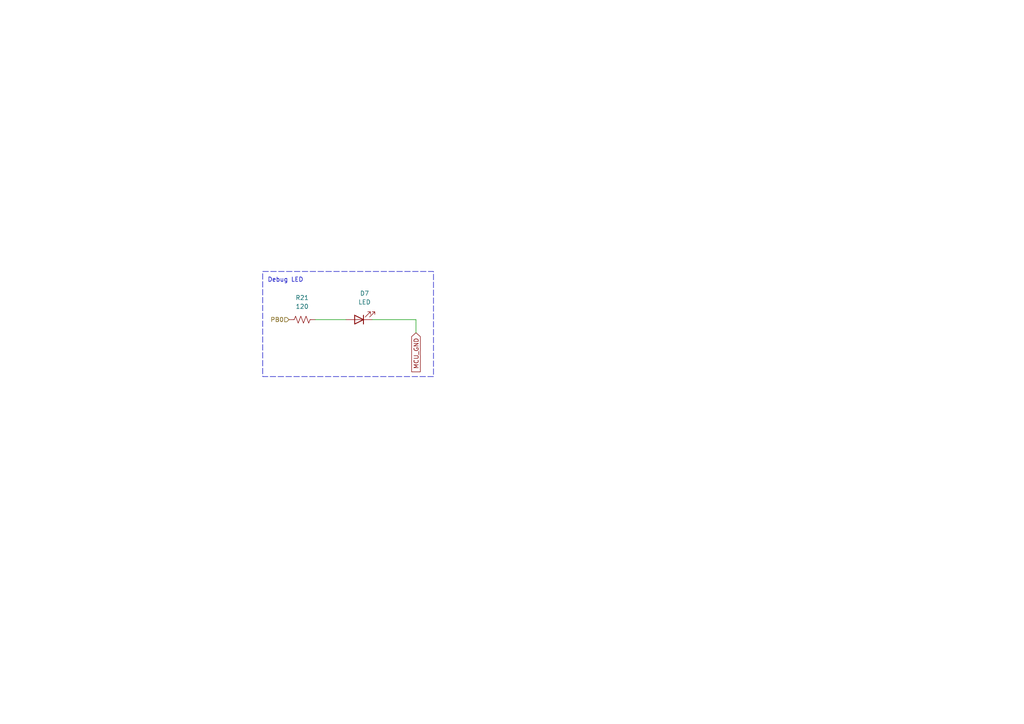
<source format=kicad_sch>
(kicad_sch
	(version 20250114)
	(generator "eeschema")
	(generator_version "9.0")
	(uuid "e1d0f2ce-4ebc-4364-8708-63b72a5ca368")
	(paper "A4")
	(lib_symbols
		(symbol "Device:LED"
			(pin_numbers
				(hide yes)
			)
			(pin_names
				(offset 1.016)
				(hide yes)
			)
			(exclude_from_sim no)
			(in_bom yes)
			(on_board yes)
			(property "Reference" "D"
				(at 0 2.54 0)
				(effects
					(font
						(size 1.27 1.27)
					)
				)
			)
			(property "Value" "LED"
				(at 0 -2.54 0)
				(effects
					(font
						(size 1.27 1.27)
					)
				)
			)
			(property "Footprint" ""
				(at 0 0 0)
				(effects
					(font
						(size 1.27 1.27)
					)
					(hide yes)
				)
			)
			(property "Datasheet" "~"
				(at 0 0 0)
				(effects
					(font
						(size 1.27 1.27)
					)
					(hide yes)
				)
			)
			(property "Description" "Light emitting diode"
				(at 0 0 0)
				(effects
					(font
						(size 1.27 1.27)
					)
					(hide yes)
				)
			)
			(property "Sim.Pins" "1=K 2=A"
				(at 0 0 0)
				(effects
					(font
						(size 1.27 1.27)
					)
					(hide yes)
				)
			)
			(property "ki_keywords" "LED diode"
				(at 0 0 0)
				(effects
					(font
						(size 1.27 1.27)
					)
					(hide yes)
				)
			)
			(property "ki_fp_filters" "LED* LED_SMD:* LED_THT:*"
				(at 0 0 0)
				(effects
					(font
						(size 1.27 1.27)
					)
					(hide yes)
				)
			)
			(symbol "LED_0_1"
				(polyline
					(pts
						(xy -3.048 -0.762) (xy -4.572 -2.286) (xy -3.81 -2.286) (xy -4.572 -2.286) (xy -4.572 -1.524)
					)
					(stroke
						(width 0)
						(type default)
					)
					(fill
						(type none)
					)
				)
				(polyline
					(pts
						(xy -1.778 -0.762) (xy -3.302 -2.286) (xy -2.54 -2.286) (xy -3.302 -2.286) (xy -3.302 -1.524)
					)
					(stroke
						(width 0)
						(type default)
					)
					(fill
						(type none)
					)
				)
				(polyline
					(pts
						(xy -1.27 0) (xy 1.27 0)
					)
					(stroke
						(width 0)
						(type default)
					)
					(fill
						(type none)
					)
				)
				(polyline
					(pts
						(xy -1.27 -1.27) (xy -1.27 1.27)
					)
					(stroke
						(width 0.254)
						(type default)
					)
					(fill
						(type none)
					)
				)
				(polyline
					(pts
						(xy 1.27 -1.27) (xy 1.27 1.27) (xy -1.27 0) (xy 1.27 -1.27)
					)
					(stroke
						(width 0.254)
						(type default)
					)
					(fill
						(type none)
					)
				)
			)
			(symbol "LED_1_1"
				(pin passive line
					(at -3.81 0 0)
					(length 2.54)
					(name "K"
						(effects
							(font
								(size 1.27 1.27)
							)
						)
					)
					(number "1"
						(effects
							(font
								(size 1.27 1.27)
							)
						)
					)
				)
				(pin passive line
					(at 3.81 0 180)
					(length 2.54)
					(name "A"
						(effects
							(font
								(size 1.27 1.27)
							)
						)
					)
					(number "2"
						(effects
							(font
								(size 1.27 1.27)
							)
						)
					)
				)
			)
			(embedded_fonts no)
		)
		(symbol "Device:R_US"
			(pin_numbers
				(hide yes)
			)
			(pin_names
				(offset 0)
			)
			(exclude_from_sim no)
			(in_bom yes)
			(on_board yes)
			(property "Reference" "R"
				(at 2.54 0 90)
				(effects
					(font
						(size 1.27 1.27)
					)
				)
			)
			(property "Value" "R_US"
				(at -2.54 0 90)
				(effects
					(font
						(size 1.27 1.27)
					)
				)
			)
			(property "Footprint" ""
				(at 1.016 -0.254 90)
				(effects
					(font
						(size 1.27 1.27)
					)
					(hide yes)
				)
			)
			(property "Datasheet" "~"
				(at 0 0 0)
				(effects
					(font
						(size 1.27 1.27)
					)
					(hide yes)
				)
			)
			(property "Description" "Resistor, US symbol"
				(at 0 0 0)
				(effects
					(font
						(size 1.27 1.27)
					)
					(hide yes)
				)
			)
			(property "ki_keywords" "R res resistor"
				(at 0 0 0)
				(effects
					(font
						(size 1.27 1.27)
					)
					(hide yes)
				)
			)
			(property "ki_fp_filters" "R_*"
				(at 0 0 0)
				(effects
					(font
						(size 1.27 1.27)
					)
					(hide yes)
				)
			)
			(symbol "R_US_0_1"
				(polyline
					(pts
						(xy 0 2.286) (xy 0 2.54)
					)
					(stroke
						(width 0)
						(type default)
					)
					(fill
						(type none)
					)
				)
				(polyline
					(pts
						(xy 0 2.286) (xy 1.016 1.905) (xy 0 1.524) (xy -1.016 1.143) (xy 0 0.762)
					)
					(stroke
						(width 0)
						(type default)
					)
					(fill
						(type none)
					)
				)
				(polyline
					(pts
						(xy 0 0.762) (xy 1.016 0.381) (xy 0 0) (xy -1.016 -0.381) (xy 0 -0.762)
					)
					(stroke
						(width 0)
						(type default)
					)
					(fill
						(type none)
					)
				)
				(polyline
					(pts
						(xy 0 -0.762) (xy 1.016 -1.143) (xy 0 -1.524) (xy -1.016 -1.905) (xy 0 -2.286)
					)
					(stroke
						(width 0)
						(type default)
					)
					(fill
						(type none)
					)
				)
				(polyline
					(pts
						(xy 0 -2.286) (xy 0 -2.54)
					)
					(stroke
						(width 0)
						(type default)
					)
					(fill
						(type none)
					)
				)
			)
			(symbol "R_US_1_1"
				(pin passive line
					(at 0 3.81 270)
					(length 1.27)
					(name "~"
						(effects
							(font
								(size 1.27 1.27)
							)
						)
					)
					(number "1"
						(effects
							(font
								(size 1.27 1.27)
							)
						)
					)
				)
				(pin passive line
					(at 0 -3.81 90)
					(length 1.27)
					(name "~"
						(effects
							(font
								(size 1.27 1.27)
							)
						)
					)
					(number "2"
						(effects
							(font
								(size 1.27 1.27)
							)
						)
					)
				)
			)
			(embedded_fonts no)
		)
	)
	(rectangle
		(start 76.2 78.74)
		(end 125.73 109.22)
		(stroke
			(width 0)
			(type dash)
		)
		(fill
			(type none)
		)
		(uuid 2013a18a-4792-47b1-a390-ca03f7782343)
	)
	(text "Debug LED"
		(exclude_from_sim no)
		(at 82.804 81.28 0)
		(effects
			(font
				(size 1.27 1.27)
			)
		)
		(uuid "d5a90c84-7775-4a75-89d3-aa875e837a17")
	)
	(wire
		(pts
			(xy 91.44 92.71) (xy 100.33 92.71)
		)
		(stroke
			(width 0)
			(type default)
		)
		(uuid "27a40b5d-4e6f-41a7-b990-34d244c37efb")
	)
	(wire
		(pts
			(xy 120.65 92.71) (xy 120.65 96.52)
		)
		(stroke
			(width 0)
			(type default)
		)
		(uuid "80ace5c6-3634-4dd6-a3e7-41ef791e5b5c")
	)
	(wire
		(pts
			(xy 107.95 92.71) (xy 120.65 92.71)
		)
		(stroke
			(width 0)
			(type default)
		)
		(uuid "e61e272e-20f2-4d55-be0d-c62f03379336")
	)
	(global_label "MCU_GND"
		(shape input)
		(at 120.65 96.52 270)
		(fields_autoplaced yes)
		(effects
			(font
				(size 1.27 1.27)
			)
			(justify right)
		)
		(uuid "0fe92ee7-0f8f-417a-af07-68d27326e6e0")
		(property "Intersheetrefs" "${INTERSHEET_REFS}"
			(at 120.65 108.3952 90)
			(effects
				(font
					(size 1.27 1.27)
				)
				(justify right)
				(hide yes)
			)
		)
	)
	(hierarchical_label "PB0"
		(shape input)
		(at 83.82 92.71 180)
		(effects
			(font
				(size 1.27 1.27)
			)
			(justify right)
		)
		(uuid "8305e5da-0505-445d-a8ea-d9069d92a6ef")
	)
	(symbol
		(lib_id "Device:R_US")
		(at 87.63 92.71 90)
		(unit 1)
		(exclude_from_sim no)
		(in_bom yes)
		(on_board yes)
		(dnp no)
		(fields_autoplaced yes)
		(uuid "8295f469-1774-443b-876e-c9c8f5f9cf5b")
		(property "Reference" "R21"
			(at 87.63 86.36 90)
			(effects
				(font
					(size 1.27 1.27)
				)
			)
		)
		(property "Value" "120"
			(at 87.63 88.9 90)
			(effects
				(font
					(size 1.27 1.27)
				)
			)
		)
		(property "Footprint" ""
			(at 87.884 91.694 90)
			(effects
				(font
					(size 1.27 1.27)
				)
				(hide yes)
			)
		)
		(property "Datasheet" "~"
			(at 87.63 92.71 0)
			(effects
				(font
					(size 1.27 1.27)
				)
				(hide yes)
			)
		)
		(property "Description" "Resistor, US symbol"
			(at 87.63 92.71 0)
			(effects
				(font
					(size 1.27 1.27)
				)
				(hide yes)
			)
		)
		(pin "2"
			(uuid "ae85af64-add8-4680-933d-8475b815e814")
		)
		(pin "1"
			(uuid "2f49fce8-d04e-4c9c-b42c-aa173c9bb867")
		)
		(instances
			(project ""
				(path "/27fcebe4-2fb8-4847-92ca-f98a7b250261/982a7ddf-8211-4fbc-8cf8-f7aeba5d3e35"
					(reference "R21")
					(unit 1)
				)
			)
		)
	)
	(symbol
		(lib_id "Device:LED")
		(at 104.14 92.71 180)
		(unit 1)
		(exclude_from_sim no)
		(in_bom yes)
		(on_board yes)
		(dnp no)
		(fields_autoplaced yes)
		(uuid "f9b5a1a7-5246-4709-8c94-0587a56d9c21")
		(property "Reference" "D7"
			(at 105.7275 85.09 0)
			(effects
				(font
					(size 1.27 1.27)
				)
			)
		)
		(property "Value" "LED"
			(at 105.7275 87.63 0)
			(effects
				(font
					(size 1.27 1.27)
				)
			)
		)
		(property "Footprint" ""
			(at 104.14 92.71 0)
			(effects
				(font
					(size 1.27 1.27)
				)
				(hide yes)
			)
		)
		(property "Datasheet" "~"
			(at 104.14 92.71 0)
			(effects
				(font
					(size 1.27 1.27)
				)
				(hide yes)
			)
		)
		(property "Description" "Light emitting diode"
			(at 104.14 92.71 0)
			(effects
				(font
					(size 1.27 1.27)
				)
				(hide yes)
			)
		)
		(property "Sim.Pins" "1=K 2=A"
			(at 104.14 92.71 0)
			(effects
				(font
					(size 1.27 1.27)
				)
				(hide yes)
			)
		)
		(pin "1"
			(uuid "84d606d6-5d74-4587-8932-a4c6c92c0def")
		)
		(pin "2"
			(uuid "fbef2028-6d58-41f4-9f5f-c9e9b2315b0d")
		)
		(instances
			(project ""
				(path "/27fcebe4-2fb8-4847-92ca-f98a7b250261/982a7ddf-8211-4fbc-8cf8-f7aeba5d3e35"
					(reference "D7")
					(unit 1)
				)
			)
		)
	)
)

</source>
